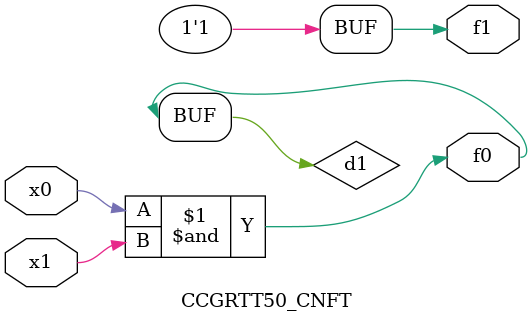
<source format=v>
module CCGRTT50_CNFT(
	input x0, x1,
	output f0, f1
);

	wire d1;

	assign f0 = d1;
	and (d1, x0, x1);
	assign f1 = 1'b1;
endmodule

</source>
